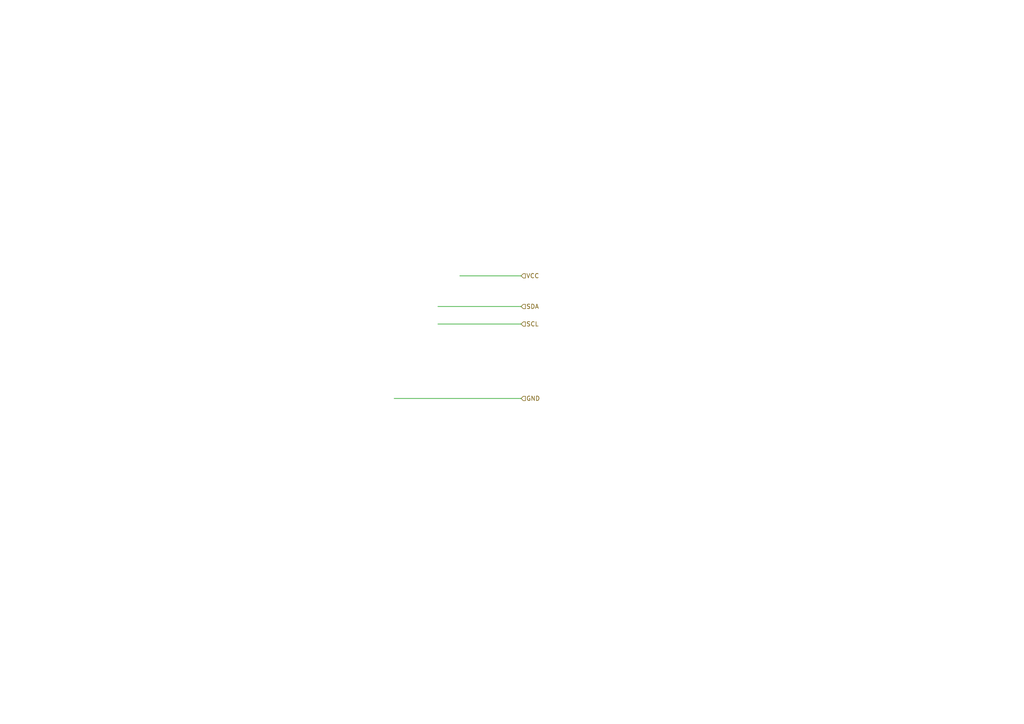
<source format=kicad_sch>
(kicad_sch
	(version 20231120)
	(generator "eeschema")
	(generator_version "8.0")
	(uuid "2d21b2d4-ad6b-4a8b-ba4f-051f68a47ee9")
	(paper "A4")
	(title_block
		(title "SLA-BOX")
		(date "2024-11-27")
		(rev "B")
		(company "avatarsd LLC")
		(comment 3 "day 1008")
		(comment 4 "by S.D.")
	)
	(lib_symbols)
	(wire
		(pts
			(xy 151.13 80.01) (xy 133.35 80.01)
		)
		(stroke
			(width 0)
			(type default)
		)
		(uuid "18ac67c1-53bc-4034-a9b6-b314c86c0dfb")
	)
	(wire
		(pts
			(xy 127 93.98) (xy 151.13 93.98)
		)
		(stroke
			(width 0)
			(type default)
		)
		(uuid "1aef44f9-ef09-449e-882a-4d187ceb3f35")
	)
	(wire
		(pts
			(xy 127 88.9) (xy 151.13 88.9)
		)
		(stroke
			(width 0)
			(type default)
		)
		(uuid "d8bdd9bd-cfdc-4cd4-a3e6-f4b1450e2240")
	)
	(wire
		(pts
			(xy 151.13 115.57) (xy 114.3 115.57)
		)
		(stroke
			(width 0)
			(type default)
		)
		(uuid "e0d07b94-e3d8-4e63-8dab-0998e1d04bd2")
	)
	(hierarchical_label "SDA"
		(shape input)
		(at 151.13 88.9 0)
		(fields_autoplaced yes)
		(effects
			(font
				(size 1.27 1.27)
			)
			(justify left)
		)
		(uuid "119a2ec0-91f8-48c3-86df-ac30eb8746b4")
	)
	(hierarchical_label "SCL"
		(shape input)
		(at 151.13 93.98 0)
		(fields_autoplaced yes)
		(effects
			(font
				(size 1.27 1.27)
			)
			(justify left)
		)
		(uuid "d68c83ad-2e67-41c3-83c2-bb5b261a22e1")
	)
	(hierarchical_label "VCC"
		(shape input)
		(at 151.13 80.01 0)
		(fields_autoplaced yes)
		(effects
			(font
				(size 1.27 1.27)
			)
			(justify left)
		)
		(uuid "e3545f06-f5ce-41dc-b4aa-27032f44dcce")
	)
	(hierarchical_label "GND"
		(shape input)
		(at 151.13 115.57 0)
		(fields_autoplaced yes)
		(effects
			(font
				(size 1.27 1.27)
			)
			(justify left)
		)
		(uuid "e605d013-3f66-46d8-b6a8-1ee7ba5eefae")
	)
)

</source>
